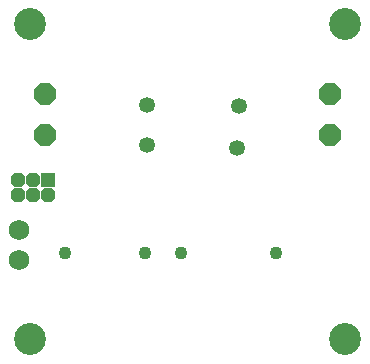
<source format=gbs>
G75*
%MOIN*%
%OFA0B0*%
%FSLAX24Y24*%
%IPPOS*%
%LPD*%
%AMOC8*
5,1,8,0,0,1.08239X$1,22.5*
%
%ADD10C,0.1064*%
%ADD11OC8,0.0730*%
%ADD12C,0.0434*%
%ADD13R,0.0476X0.0476*%
%ADD14OC8,0.0476*%
%ADD15C,0.0680*%
%ADD16C,0.0530*%
D10*
X002150Y002150D03*
X002150Y012650D03*
X012650Y012650D03*
X012650Y002150D03*
D11*
X012150Y008961D03*
X012150Y010339D03*
X002650Y010339D03*
X002650Y008961D03*
D12*
X003311Y005025D03*
X005989Y005025D03*
X007181Y005025D03*
X010331Y005025D03*
D13*
X002744Y007463D03*
D14*
X002244Y007463D03*
X002244Y006963D03*
X002744Y006963D03*
X001744Y006963D03*
X001744Y007463D03*
D15*
X001775Y005806D03*
X001775Y004806D03*
D16*
X006056Y008619D03*
X006025Y009963D03*
X009119Y009931D03*
X009056Y008525D03*
M02*

</source>
